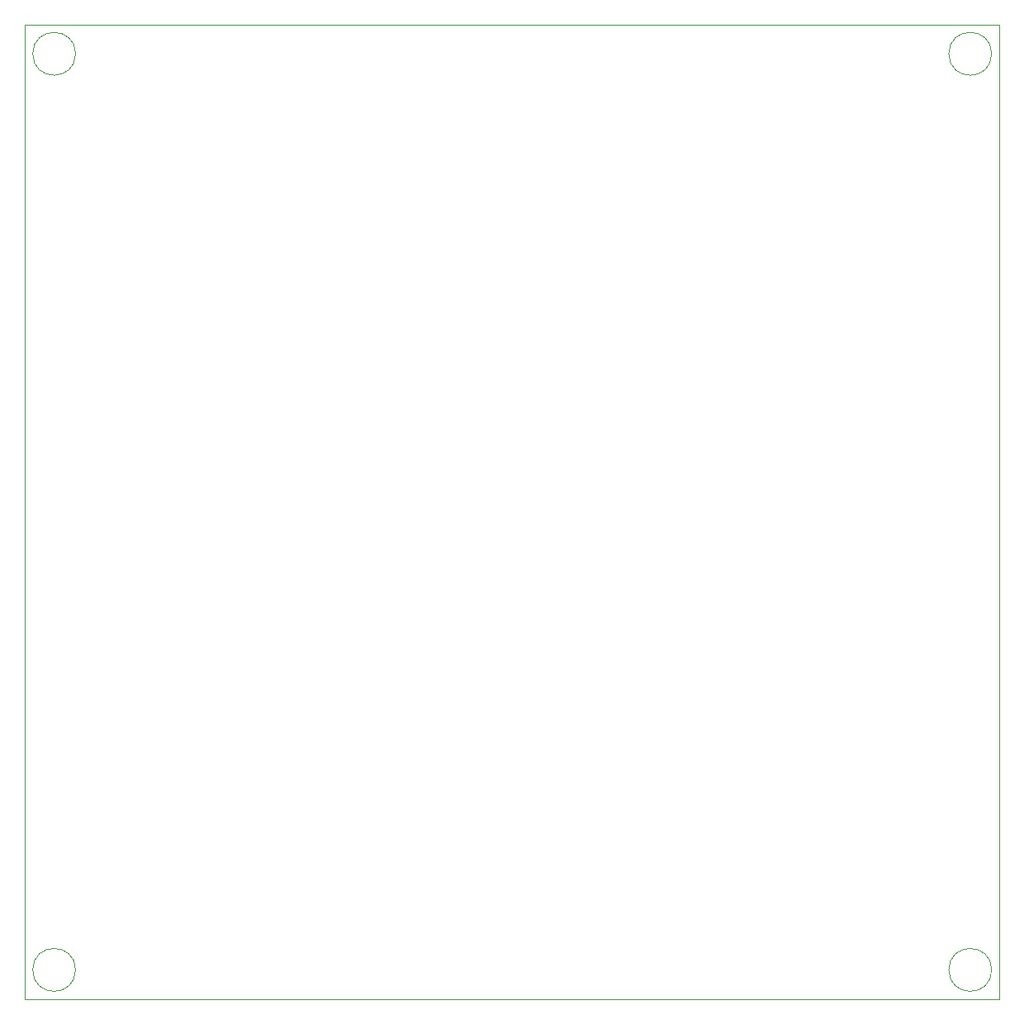
<source format=gbr>
%TF.GenerationSoftware,KiCad,Pcbnew,(7.0.0)*%
%TF.CreationDate,2023-04-17T20:28:16-05:00*%
%TF.ProjectId,PCB_Layout,5043425f-4c61-4796-9f75-742e6b696361,rev?*%
%TF.SameCoordinates,Original*%
%TF.FileFunction,Profile,NP*%
%FSLAX46Y46*%
G04 Gerber Fmt 4.6, Leading zero omitted, Abs format (unit mm)*
G04 Created by KiCad (PCBNEW (7.0.0)) date 2023-04-17 20:28:16*
%MOMM*%
%LPD*%
G01*
G04 APERTURE LIST*
%TA.AperFunction,Profile*%
%ADD10C,0.100000*%
%TD*%
G04 APERTURE END LIST*
D10*
X110200000Y-132000000D02*
G75*
G03*
X110200000Y-132000000I-2200000J0D01*
G01*
X105000000Y-35000000D02*
X205000000Y-35000000D01*
X205000000Y-35000000D02*
X205000000Y-135000000D01*
X205000000Y-135000000D02*
X105000000Y-135000000D01*
X105000000Y-135000000D02*
X105000000Y-35000000D01*
X110200000Y-38000000D02*
G75*
G03*
X110200000Y-38000000I-2200000J0D01*
G01*
X204200000Y-38000000D02*
G75*
G03*
X204200000Y-38000000I-2200000J0D01*
G01*
X204200000Y-132000000D02*
G75*
G03*
X204200000Y-132000000I-2200000J0D01*
G01*
M02*

</source>
